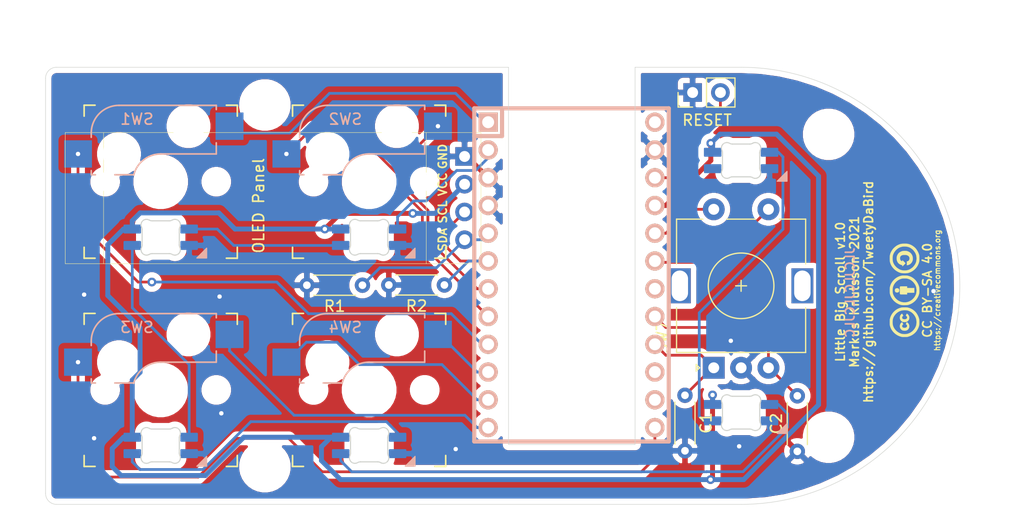
<source format=kicad_pcb>
(kicad_pcb (version 20171130) (host pcbnew "(5.1.9)-1")
  (title_block (title "Little Big Scroll") (date 2021-11-30) (rev v1.0) (company "Markus Knutsson <markus.knutsson@tweety.se>") (comment 1 https://github.com/TweetyDaBird) (comment 2 "Licensed under Creative Commons Attribution-ShareAlike 4.0 International"))
  (layers (0 F.Cu signal) (31 B.Cu signal) (34 B.Paste user) (35 F.Paste user) (36 B.SilkS user) (37 F.SilkS user) (38 B.Mask user) (39 F.Mask user) (44 Edge.Cuts user))
  (net 0 "")
  (net 1 GND)
  (net 2 VCC)
  (net 3 RGB)
  (net 4 "Net-(LED1-Pad2)")
  (net 5 "Net-(LED2-Pad2)")
  (net 6 "Net-(LED3-Pad2)")
  (net 7 "Net-(LED4-Pad2)")
  (net 8 "Net-(LED5-Pad2)")
  (net 9 SDA)
  (net 10 SCL)
  (net 11 ENC_A)
  (net 12 ENC_B)
  (net 13 COL0)
  (net 14 ROW0)
  (net 15 COL1)
  (net 16 ROW1)
  (net 17 COL2)
  (net 18 ROW2)
  (net 19 COL3)
  (net 20 ROW3)
  (net 21 ROW4)
  (net 22 COL4)
  (net 23 "Net-(J1-Pad2)")
  (module "Keyboard Library:CC_BY_SA_40" (layer F.Cu) (at 234.25 111.93 90)
    (fp_text reference Lic1 hide)
    (fp_text value CC-BY-SA_4.0)
    (fp_text user "CC BY-SA 4.0" (at -0.041555 2.16 90) (layer F.SilkS) (effects (font (size 0.8 0.8))))
    (fp_text user https://creativecommons.org (at -0.041555 3.07 90) (layer F.SilkS) (effects (font (size 0.5 0.5) (thickness 0.1))))
  )
  (module Keebio-Parts:RotaryEncoder_Alps_EC11E-Switch_Vertical_H20mm (layer F.Cu) (at 219.38 111.555 90)
    (fp_text reference SW7 (at -4.7 -7.2 90) (layer F.SilkS))
    (fp_text value Rotary_Encoder_Switch)
    (pad S1 thru_hole circle (at 7 2.5 90) (size 2 2) (drill 1) (layers *.Cu *.Mask) (net 22 COL4))
    (pad S2 thru_hole circle (at 7 -2.5 90) (size 2 2) (drill 1) (layers *.Cu *.Mask) (net 21 ROW4))
    (pad MP thru_hole rect (at 0 5.6 90) (size 3.2 2) (drill oval 2.8 1.5) (layers *.Cu *.Mask))
    (pad MP thru_hole rect (at 0 -5.6 90) (size 3.2 2) (drill oval 2.8 1.5) (layers *.Cu *.Mask))
    (pad B thru_hole circle (at -7.5 2.5 90) (size 2 2) (drill 1) (layers *.Cu *.Mask) (net 12 ENC_B))
    (pad C thru_hole circle (at -7.5 0 90) (size 2 2) (drill 1) (layers *.Cu *.Mask) (net 1 GND))
    (pad A thru_hole rect (at -7.5 -2.5 90) (size 2 2) (drill 1) (layers *.Cu *.Mask) (net 11 ENC_A))
  )
  (module Keebio-Parts:ArduinoProMicro-BackSide (layer F.Cu) (at 203.88 110.555 270)
    (fp_text reference U1 hide)
    (fp_text value ProMicro hide)
    (pad 24 thru_hole circle (at -13.97 -7.62 270) (size 1.7526 1.7526) (drill 1.0922) (layers *.Cu *.SilkS *.Mask))
    (pad 12 thru_hole circle (at 13.97 7.62 270) (size 1.7526 1.7526) (drill 1.0922) (layers *.Cu *.SilkS *.Mask) (net 18 ROW2))
    (pad 23 thru_hole circle (at -11.43 -7.62 270) (size 1.7526 1.7526) (drill 1.0922) (layers *.Cu *.SilkS *.Mask) (net 1 GND))
    (pad 22 thru_hole circle (at -8.89 -7.62 270) (size 1.7526 1.7526) (drill 1.0922) (layers *.Cu *.SilkS *.Mask) (net 23 "Net-(J1-Pad2)"))
    (pad 21 thru_hole circle (at -6.35 -7.62 270) (size 1.7526 1.7526) (drill 1.0922) (layers *.Cu *.SilkS *.Mask) (net 2 VCC))
    (pad 20 thru_hole circle (at -3.81 -7.62 270) (size 1.7526 1.7526) (drill 1.0922) (layers *.Cu *.SilkS *.Mask) (net 21 ROW4))
    (pad 19 thru_hole circle (at -1.27 -7.62 270) (size 1.7526 1.7526) (drill 1.0922) (layers *.Cu *.SilkS *.Mask) (net 22 COL4))
    (pad 18 thru_hole circle (at 1.27 -7.62 270) (size 1.7526 1.7526) (drill 1.0922) (layers *.Cu *.SilkS *.Mask))
    (pad 17 thru_hole circle (at 3.81 -7.62 270) (size 1.7526 1.7526) (drill 1.0922) (layers *.Cu *.SilkS *.Mask) (net 12 ENC_B))
    (pad 16 thru_hole circle (at 6.35 -7.62 270) (size 1.7526 1.7526) (drill 1.0922) (layers *.Cu *.SilkS *.Mask) (net 11 ENC_A))
    (pad 15 thru_hole circle (at 8.89 -7.62 270) (size 1.7526 1.7526) (drill 1.0922) (layers *.Cu *.SilkS *.Mask))
    (pad 14 thru_hole circle (at 11.43 -7.62 270) (size 1.7526 1.7526) (drill 1.0922) (layers *.Cu *.SilkS *.Mask))
    (pad 13 thru_hole circle (at 13.97 -7.62 270) (size 1.7526 1.7526) (drill 1.0922) (layers *.Cu *.SilkS *.Mask) (net 17 COL2))
    (pad 11 thru_hole circle (at 11.43 7.62 270) (size 1.7526 1.7526) (drill 1.0922) (layers *.Cu *.SilkS *.Mask) (net 19 COL3))
    (pad 10 thru_hole circle (at 8.89 7.62 270) (size 1.7526 1.7526) (drill 1.0922) (layers *.Cu *.SilkS *.Mask) (net 20 ROW3))
    (pad 9 thru_hole circle (at 6.35 7.62 270) (size 1.7526 1.7526) (drill 1.0922) (layers *.Cu *.SilkS *.Mask) (net 13 COL0))
    (pad 8 thru_hole circle (at 3.81 7.62 270) (size 1.7526 1.7526) (drill 1.0922) (layers *.Cu *.SilkS *.Mask) (net 15 COL1))
    (pad 7 thru_hole circle (at 1.27 7.62 270) (size 1.7526 1.7526) (drill 1.0922) (layers *.Cu *.SilkS *.Mask) (net 16 ROW1))
    (pad 6 thru_hole circle (at -1.27 7.62 270) (size 1.7526 1.7526) (drill 1.0922) (layers *.Cu *.SilkS *.Mask) (net 10 SCL))
    (pad 5 thru_hole circle (at -3.81 7.62 270) (size 1.7526 1.7526) (drill 1.0922) (layers *.Cu *.SilkS *.Mask) (net 9 SDA))
    (pad 4 thru_hole circle (at -6.35 7.62 270) (size 1.7526 1.7526) (drill 1.0922) (layers *.Cu *.SilkS *.Mask) (net 1 GND))
    (pad 3 thru_hole circle (at -8.89 7.62 270) (size 1.7526 1.7526) (drill 1.0922) (layers *.Cu *.SilkS *.Mask) (net 1 GND))
    (pad 2 thru_hole circle (at -11.43 7.62 270) (size 1.7526 1.7526) (drill 1.0922) (layers *.Cu *.SilkS *.Mask) (net 3 RGB))
    (pad 1 thru_hole rect (at -13.97 7.62 270) (size 1.7526 1.7526) (drill 1.0922) (layers *.Cu *.SilkS *.Mask) (net 14 ROW0))
  )
  (module keyswitches:Kailh_socket_MX_RGB (layer F.Cu) (at 185.38 121.08)
    (fp_text reference SW4 (at -2.175 -5.725) (layer B.SilkS) (effects (justify mirror)))
    (fp_text value SW_Push hide)
    (pad 2 smd rect (at -7.56 -2.54) (size 2.55 2.5) (layers B.Cu B.Paste B.Mask) (net 19 COL3))
    (pad "" np_thru_hole circle (at -5.08 0) (size 1.7018 1.7018) (drill 1.7018) (layers *.Cu *.Mask))
    (pad "" np_thru_hole circle (at 5.08 0) (size 1.7018 1.7018) (drill 1.7018) (layers *.Cu *.Mask))
    (pad "" np_thru_hole circle (at 0 0) (size 3.9878 3.9878) (drill 3.9878) (layers *.Cu *.Mask))
    (pad "" np_thru_hole circle (at -3.81 -2.54) (size 3 3) (drill 3) (layers *.Cu *.Mask))
    (pad "" np_thru_hole circle (at 2.54 -5.08) (size 3 3) (drill 3) (layers *.Cu *.Mask))
    (pad 1 smd rect (at 6.29 -5.08) (size 2.55 2.5) (layers B.Cu B.Paste B.Mask) (net 20 ROW3))
  )
  (module keyswitches:Kailh_socket_MX_RGB (layer F.Cu) (at 166.33 121.08)
    (fp_text reference SW3 (at -2.175 -5.725) (layer B.SilkS) (effects (justify mirror)))
    (fp_text value SW_Push hide)
    (pad 2 smd rect (at -7.56 -2.54) (size 2.55 2.5) (layers B.Cu B.Paste B.Mask) (net 17 COL2))
    (pad "" np_thru_hole circle (at -5.08 0) (size 1.7018 1.7018) (drill 1.7018) (layers *.Cu *.Mask))
    (pad "" np_thru_hole circle (at 5.08 0) (size 1.7018 1.7018) (drill 1.7018) (layers *.Cu *.Mask))
    (pad "" np_thru_hole circle (at 0 0) (size 3.9878 3.9878) (drill 3.9878) (layers *.Cu *.Mask))
    (pad "" np_thru_hole circle (at -3.81 -2.54) (size 3 3) (drill 3) (layers *.Cu *.Mask))
    (pad "" np_thru_hole circle (at 2.54 -5.08) (size 3 3) (drill 3) (layers *.Cu *.Mask))
    (pad 1 smd rect (at 6.29 -5.08) (size 2.55 2.5) (layers B.Cu B.Paste B.Mask) (net 18 ROW2))
  )
  (module keyswitches:Kailh_socket_MX_RGB (layer F.Cu) (at 185.38 102.03)
    (fp_text reference SW2 (at -2.175 -5.725) (layer B.SilkS) (effects (justify mirror)))
    (fp_text value SW_Push hide)
    (pad 2 smd rect (at -7.56 -2.54) (size 2.55 2.5) (layers B.Cu B.Paste B.Mask) (net 15 COL1))
    (pad "" np_thru_hole circle (at -5.08 0) (size 1.7018 1.7018) (drill 1.7018) (layers *.Cu *.Mask))
    (pad "" np_thru_hole circle (at 5.08 0) (size 1.7018 1.7018) (drill 1.7018) (layers *.Cu *.Mask))
    (pad "" np_thru_hole circle (at 0 0) (size 3.9878 3.9878) (drill 3.9878) (layers *.Cu *.Mask))
    (pad "" np_thru_hole circle (at -3.81 -2.54) (size 3 3) (drill 3) (layers *.Cu *.Mask))
    (pad "" np_thru_hole circle (at 2.54 -5.08) (size 3 3) (drill 3) (layers *.Cu *.Mask))
    (pad 1 smd rect (at 6.29 -5.08) (size 2.55 2.5) (layers B.Cu B.Paste B.Mask) (net 16 ROW1))
  )
  (module keyswitches:Kailh_socket_MX_RGB (layer F.Cu) (at 166.33 102.03)
    (fp_text reference SW1 (at -2.175 -5.725) (layer B.SilkS) (effects (justify mirror)))
    (fp_text value SW_Push hide)
    (pad 2 smd rect (at -7.56 -2.54) (size 2.55 2.5) (layers B.Cu B.Paste B.Mask) (net 13 COL0))
    (pad "" np_thru_hole circle (at -5.08 0) (size 1.7018 1.7018) (drill 1.7018) (layers *.Cu *.Mask))
    (pad "" np_thru_hole circle (at 5.08 0) (size 1.7018 1.7018) (drill 1.7018) (layers *.Cu *.Mask))
    (pad "" np_thru_hole circle (at 0 0) (size 3.9878 3.9878) (drill 3.9878) (layers *.Cu *.Mask))
    (pad "" np_thru_hole circle (at -3.81 -2.54) (size 3 3) (drill 3) (layers *.Cu *.Mask))
    (pad "" np_thru_hole circle (at 2.54 -5.08) (size 3 3) (drill 3) (layers *.Cu *.Mask))
    (pad 1 smd rect (at 6.29 -5.08) (size 2.55 2.5) (layers B.Cu B.Paste B.Mask) (net 14 ROW0))
  )
  (module KiCad-SSD1306-0.91-OLED-4pin-128x32:SSD1306-0.91-OLED-4pin-128x32 (layer F.Cu) (at 176.605 103.53)
    (fp_text reference OLED1 hide)
    (fp_text value OLED_4pin)
    (fp_text user SDA (at 15.5 3.81 -90) (layer F.SilkS) (effects (font (size 0.75 0.75))))
    (fp_text user SCL (at 15.5 1.27 -90) (layer F.SilkS) (effects (font (size 0.75 0.75))))
    (fp_text user VCC (at 15.5 -1.27 -90) (layer F.SilkS) (effects (font (size 0.75 0.75))))
    (fp_text user GND (at 15.5 -3.81 -90) (layer F.SilkS) (effects (font (size 0.75 0.75))))
    (fp_text user "OLED Panel" (at -1.325 0.69 270) (layer F.SilkS))
    (pad 4 thru_hole oval (at 17.5 3.81) (size 1.7 1.7) (drill 1) (layers *.Cu *.Mask) (net 9 SDA))
    (pad 3 thru_hole oval (at 17.5 1.27) (size 1.7 1.7) (drill 1) (layers *.Cu *.Mask) (net 10 SCL))
    (pad 2 thru_hole oval (at 17.5 -1.27) (size 1.7 1.7) (drill 1) (layers *.Cu *.Mask) (net 2 VCC))
    (pad 1 thru_hole rect (at 17.5 -3.81) (size 1.7 1.7) (drill 1) (layers *.Cu *.Mask) (net 1 GND))
  )
  (module MountingHole:MountingHole_3.7mm (layer F.Cu) (at 175.855 128.105)
    (fp_text reference H4 hide)
    (fp_text value Hole)
    (pad 1 np_thru_hole circle (at 0 0) (size 3.7 3.7) (drill 3.7) (layers *.Cu *.Mask))
  )
  (module MountingHole:MountingHole_3.7mm (layer F.Cu) (at 227.38 125.411406)
    (fp_text reference H3 hide)
    (fp_text value Hole)
    (pad 1 np_thru_hole circle (at 0 0) (size 3.7 3.7) (drill 3.7) (layers *.Cu *.Mask))
  )
  (module MountingHole:MountingHole_3.7mm (layer F.Cu) (at 227.38 97.698594)
    (fp_text reference H2 hide)
    (fp_text value Hole)
    (pad 1 np_thru_hole circle (at 0 0) (size 3.7 3.7) (drill 3.7) (layers *.Cu *.Mask))
  )
  (module MountingHole:MountingHole_3.7mm (layer F.Cu) (at 175.855 95.005)
    (fp_text reference H1 hide)
    (fp_text value Hole)
    (pad 1 np_thru_hole circle (at 0 0) (size 3.7 3.7) (drill 3.7) (layers *.Cu *.Mask))
  )
  (module Connector_PinHeader_2.54mm:PinHeader_1x02_P2.54mm_Vertical (layer F.Cu) (at 214.95 93.87 90)
    (fp_text reference J1 hide)
    (fp_text value Conn_01x02)
    (fp_text user RESET (at -2.53 1.32) (layer F.SilkS))
    (pad 2 thru_hole oval (at 0 2.54 90) (size 1.7 1.7) (drill 1) (layers *.Cu *.Mask) (net 23 "Net-(J1-Pad2)"))
    (pad 1 thru_hole rect (at 0 0 90) (size 1.7 1.7) (drill 1) (layers *.Cu *.Mask) (net 1 GND))
  )
  (module kicad-keyboard-parts:MX_SK6812MINI-E (layer F.Cu) (at 219.38 118.08)
    (fp_text reference LED5 hide)
    (fp_text value SK6812MINI-E)
    (fp_line (start -1.699999 5.782841) (end -1.699999 4.377157) (layer Edge.Cuts) (width 0.1))
    (fp_line (start -0.794452 3.58) (end 0.794453 3.58) (layer Edge.Cuts) (width 0.1))
    (fp_line (start 1.699999 4.377157) (end 1.699999 5.782841) (layer Edge.Cuts) (width 0.1))
    (fp_line (start 0.794452 6.579999) (end -0.794452 6.579999) (layer Edge.Cuts) (width 0.1))
    (fp_arc (start -0.794452 7.079999) (end -0.794452 6.579999) (angle -30.2992623) (layer Edge.Cuts) (width 0.1))
    (fp_arc (start 0.794452 7.079999) (end 1.046711 6.648298) (angle -30.29933433) (layer Edge.Cuts) (width 0.1))
    (fp_arc (start 1.298969 6.216597) (end 1.046711 6.648298) (angle -146.0055121) (layer Edge.Cuts) (width 0.1))
    (fp_arc (start 2.199999 5.782841) (end 1.699999 5.782841) (angle -25.70617777) (layer Edge.Cuts) (width 0.1))
    (fp_arc (start 2.199999 4.377157) (end 1.749484 4.160279) (angle -25.70608136) (layer Edge.Cuts) (width 0.1))
    (fp_arc (start 1.298969 3.943402) (end 1.749484 4.160279) (angle -146.0053097) (layer Edge.Cuts) (width 0.1))
    (fp_arc (start 0.794453 3.08) (end 0.794453 3.58) (angle -30.29922831) (layer Edge.Cuts) (width 0.1))
    (fp_arc (start -0.794452 3.08) (end -1.046711 3.5117) (angle -30.29928212) (layer Edge.Cuts) (width 0.1))
    (fp_arc (start -1.298969 3.943401) (end -1.046711 3.5117) (angle -146.0054017) (layer Edge.Cuts) (width 0.1))
    (fp_arc (start -2.199999 4.377157) (end -1.699999 4.377157) (angle -25.70611954) (layer Edge.Cuts) (width 0.1))
    (fp_arc (start -2.199999 5.782841) (end -1.749484 5.999719) (angle -25.70611205) (layer Edge.Cuts) (width 0.1))
    (fp_arc (start -1.298969 6.216596) (end -1.749484 5.999719) (angle -146.0053744) (layer Edge.Cuts) (width 0.1))
    (pad 3 smd roundrect (at 2.6 5.829999 270) (size 0.82 1.6) (layers B.Cu B.Paste B.Mask) (roundrect_rratio 0.1) (net 1 GND))
    (pad 4 smd roundrect (at 2.6 4.329999 270) (size 0.82 1.6) (layers B.Cu B.Paste B.Mask) (roundrect_rratio 0.1) (net 7 "Net-(LED4-Pad2)"))
    (pad 2 smd roundrect (at -2.6 5.829999 270) (size 0.82 1.6) (layers B.Cu B.Paste B.Mask) (roundrect_rratio 0.1) (net 8 "Net-(LED5-Pad2)"))
    (pad 1 smd roundrect (at -2.6 4.329999 270) (size 0.82 1.6) (layers B.Cu B.Paste B.Mask) (roundrect_rratio 0.1) (net 2 VCC))
  )
  (module kicad-keyboard-parts:MX_SK6812MINI-E (layer F.Cu) (at 219.38 95.005)
    (fp_text reference LED6 hide)
    (fp_text value SK6812MINI-E)
    (fp_line (start -1.699999 5.782841) (end -1.699999 4.377157) (layer Edge.Cuts) (width 0.1))
    (fp_line (start -0.794452 3.58) (end 0.794453 3.58) (layer Edge.Cuts) (width 0.1))
    (fp_line (start 1.699999 4.377157) (end 1.699999 5.782841) (layer Edge.Cuts) (width 0.1))
    (fp_line (start 0.794452 6.579999) (end -0.794452 6.579999) (layer Edge.Cuts) (width 0.1))
    (fp_arc (start -0.794452 7.079999) (end -0.794452 6.579999) (angle -30.2992623) (layer Edge.Cuts) (width 0.1))
    (fp_arc (start 0.794452 7.079999) (end 1.046711 6.648298) (angle -30.29933433) (layer Edge.Cuts) (width 0.1))
    (fp_arc (start 1.298969 6.216597) (end 1.046711 6.648298) (angle -146.0055121) (layer Edge.Cuts) (width 0.1))
    (fp_arc (start 2.199999 5.782841) (end 1.699999 5.782841) (angle -25.70617777) (layer Edge.Cuts) (width 0.1))
    (fp_arc (start 2.199999 4.377157) (end 1.749484 4.160279) (angle -25.70608136) (layer Edge.Cuts) (width 0.1))
    (fp_arc (start 1.298969 3.943402) (end 1.749484 4.160279) (angle -146.0053097) (layer Edge.Cuts) (width 0.1))
    (fp_arc (start 0.794453 3.08) (end 0.794453 3.58) (angle -30.29922831) (layer Edge.Cuts) (width 0.1))
    (fp_arc (start -0.794452 3.08) (end -1.046711 3.5117) (angle -30.29928212) (layer Edge.Cuts) (width 0.1))
    (fp_arc (start -1.298969 3.943401) (end -1.046711 3.5117) (angle -146.0054017) (layer Edge.Cuts) (width 0.1))
    (fp_arc (start -2.199999 4.377157) (end -1.699999 4.377157) (angle -25.70611954) (layer Edge.Cuts) (width 0.1))
    (fp_arc (start -2.199999 5.782841) (end -1.749484 5.999719) (angle -25.70611205) (layer Edge.Cuts) (width 0.1))
    (fp_arc (start -1.298969 6.216596) (end -1.749484 5.999719) (angle -146.0053744) (layer Edge.Cuts) (width 0.1))
    (pad 3 smd roundrect (at 2.6 5.829999 270) (size 0.82 1.6) (layers B.Cu B.Paste B.Mask) (roundrect_rratio 0.1) (net 1 GND))
    (pad 4 smd roundrect (at 2.6 4.329999 270) (size 0.82 1.6) (layers B.Cu B.Paste B.Mask) (roundrect_rratio 0.1) (net 8 "Net-(LED5-Pad2)"))
    (pad 2 smd roundrect (at -2.6 5.829999 270) (size 0.82 1.6) (layers B.Cu B.Paste B.Mask) (roundrect_rratio 0.1))
    (pad 1 smd roundrect (at -2.6 4.329999 270) (size 0.82 1.6) (layers B.Cu B.Paste B.Mask) (roundrect_rratio 0.1) (net 2 VCC))
  )
  (module Resistor_THT:R_Axial_DIN0204_L3.6mm_D1.6mm_P5.08mm_Horizontal (layer F.Cu) (at 224.52 126.7 90)
    (fp_text reference C2 (at 2.54 -1.92 90) (layer F.SilkS))
    (fp_text value 100nF)
    (pad 2 thru_hole oval (at 5.08 0 90) (size 1.4 1.4) (drill 0.7) (layers *.Cu *.Mask) (net 12 ENC_B))
    (pad 1 thru_hole circle (at 0 0 90) (size 1.4 1.4) (drill 0.7) (layers *.Cu *.Mask) (net 1 GND))
  )
  (module Resistor_THT:R_Axial_DIN0204_L3.6mm_D1.6mm_P5.08mm_Horizontal (layer F.Cu) (at 214.25 121.57 270)
    (fp_text reference C1 (at 2.54 -1.92 90) (layer F.SilkS))
    (fp_text value 100nF)
    (pad 2 thru_hole oval (at 5.08 0 270) (size 1.4 1.4) (drill 0.7) (layers *.Cu *.Mask) (net 1 GND))
    (pad 1 thru_hole circle (at 0 0 270) (size 1.4 1.4) (drill 0.7) (layers *.Cu *.Mask) (net 11 ENC_A))
  )
  (module Resistor_THT:R_Axial_DIN0204_L3.6mm_D1.6mm_P5.08mm_Horizontal (layer F.Cu) (at 192.26 111.48 180)
    (fp_text reference R2 (at 2.54 -1.92) (layer F.SilkS))
    (fp_text value 4K7)
    (pad 2 thru_hole oval (at 5.08 0 180) (size 1.4 1.4) (drill 0.7) (layers *.Cu *.Mask) (net 1 GND))
    (pad 1 thru_hole circle (at 0 0 180) (size 1.4 1.4) (drill 0.7) (layers *.Cu *.Mask) (net 10 SCL))
  )
  (module Resistor_THT:R_Axial_DIN0204_L3.6mm_D1.6mm_P5.08mm_Horizontal (layer F.Cu) (at 184.77 111.5 180)
    (fp_text reference R1 (at 2.54 -1.92) (layer F.SilkS))
    (fp_text value 4K7)
    (pad 2 thru_hole oval (at 5.08 0 180) (size 1.4 1.4) (drill 0.7) (layers *.Cu *.Mask) (net 1 GND))
    (pad 1 thru_hole circle (at 0 0 180) (size 1.4 1.4) (drill 0.7) (layers *.Cu *.Mask) (net 9 SDA))
  )
  (module kicad-keyboard-parts:MX_SK6812MINI-E (layer F.Cu) (at 185.38 121.08)
    (fp_text reference LED4 hide)
    (fp_text value SK6812MINI-E)
    (fp_line (start -1.699999 5.782841) (end -1.699999 4.377157) (layer Edge.Cuts) (width 0.1))
    (fp_line (start -0.794452 3.58) (end 0.794453 3.58) (layer Edge.Cuts) (width 0.1))
    (fp_line (start 1.699999 4.377157) (end 1.699999 5.782841) (layer Edge.Cuts) (width 0.1))
    (fp_line (start 0.794452 6.579999) (end -0.794452 6.579999) (layer Edge.Cuts) (width 0.1))
    (fp_arc (start -0.794452 7.079999) (end -0.794452 6.579999) (angle -30.2992623) (layer Edge.Cuts) (width 0.1))
    (fp_arc (start 0.794452 7.079999) (end 1.046711 6.648298) (angle -30.29933433) (layer Edge.Cuts) (width 0.1))
    (fp_arc (start 1.298969 6.216597) (end 1.046711 6.648298) (angle -146.0055121) (layer Edge.Cuts) (width 0.1))
    (fp_arc (start 2.199999 5.782841) (end 1.699999 5.782841) (angle -25.70617777) (layer Edge.Cuts) (width 0.1))
    (fp_arc (start 2.199999 4.377157) (end 1.749484 4.160279) (angle -25.70608136) (layer Edge.Cuts) (width 0.1))
    (fp_arc (start 1.298969 3.943402) (end 1.749484 4.160279) (angle -146.0053097) (layer Edge.Cuts) (width 0.1))
    (fp_arc (start 0.794453 3.08) (end 0.794453 3.58) (angle -30.29922831) (layer Edge.Cuts) (width 0.1))
    (fp_arc (start -0.794452 3.08) (end -1.046711 3.5117) (angle -30.29928212) (layer Edge.Cuts) (width 0.1))
    (fp_arc (start -1.298969 3.943401) (end -1.046711 3.5117) (angle -146.0054017) (layer Edge.Cuts) (width 0.1))
    (fp_arc (start -2.199999 4.377157) (end -1.699999 4.377157) (angle -25.70611954) (layer Edge.Cuts) (width 0.1))
    (fp_arc (start -2.199999 5.782841) (end -1.749484 5.999719) (angle -25.70611205) (layer Edge.Cuts) (width 0.1))
    (fp_arc (start -1.298969 6.216596) (end -1.749484 5.999719) (angle -146.0053744) (layer Edge.Cuts) (width 0.1))
    (pad 3 smd roundrect (at 2.6 5.829999 270) (size 0.82 1.6) (layers B.Cu B.Paste B.Mask) (roundrect_rratio 0.1) (net 1 GND))
    (pad 4 smd roundrect (at 2.6 4.329999 270) (size 0.82 1.6) (layers B.Cu B.Paste B.Mask) (roundrect_rratio 0.1) (net 6 "Net-(LED3-Pad2)"))
    (pad 2 smd roundrect (at -2.6 5.829999 270) (size 0.82 1.6) (layers B.Cu B.Paste B.Mask) (roundrect_rratio 0.1) (net 7 "Net-(LED4-Pad2)"))
    (pad 1 smd roundrect (at -2.6 4.329999 270) (size 0.82 1.6) (layers B.Cu B.Paste B.Mask) (roundrect_rratio 0.1) (net 2 VCC))
  )
  (module kicad-keyboard-parts:MX_SK6812MINI-E (layer F.Cu) (at 166.33 121.08)
    (fp_text reference LED3 hide)
    (fp_text value SK6812MINI-E)
    (fp_line (start -1.699999 5.782841) (end -1.699999 4.377157) (layer Edge.Cuts) (width 0.1))
    (fp_line (start -0.794452 3.58) (end 0.794453 3.58) (layer Edge.Cuts) (width 0.1))
    (fp_line (start 1.699999 4.377157) (end 1.699999 5.782841) (layer Edge.Cuts) (width 0.1))
    (fp_line (start 0.794452 6.579999) (end -0.794452 6.579999) (layer Edge.Cuts) (width 0.1))
    (fp_arc (start -0.794452 7.079999) (end -0.794452 6.579999) (angle -30.2992623) (layer Edge.Cuts) (width 0.1))
    (fp_arc (start 0.794452 7.079999) (end 1.046711 6.648298) (angle -30.29933433) (layer Edge.Cuts) (width 0.1))
    (fp_arc (start 1.298969 6.216597) (end 1.046711 6.648298) (angle -146.0055121) (layer Edge.Cuts) (width 0.1))
    (fp_arc (start 2.199999 5.782841) (end 1.699999 5.782841) (angle -25.70617777) (layer Edge.Cuts) (width 0.1))
    (fp_arc (start 2.199999 4.377157) (end 1.749484 4.160279) (angle -25.70608136) (layer Edge.Cuts) (width 0.1))
    (fp_arc (start 1.298969 3.943402) (end 1.749484 4.160279) (angle -146.0053097) (layer Edge.Cuts) (width 0.1))
    (fp_arc (start 0.794453 3.08) (end 0.794453 3.58) (angle -30.29922831) (layer Edge.Cuts) (width 0.1))
    (fp_arc (start -0.794452 3.08) (end -1.046711 3.5117) (angle -30.29928212) (layer Edge.Cuts) (width 0.1))
    (fp_arc (start -1.298969 3.943401) (end -1.046711 3.5117) (angle -146.0054017) (layer Edge.Cuts) (width 0.1))
    (fp_arc (start -2.199999 4.377157) (end -1.699999 4.377157) (angle -25.70611954) (layer Edge.Cuts) (width 0.1))
    (fp_arc (start -2.199999 5.782841) (end -1.749484 5.999719) (angle -25.70611205) (layer Edge.Cuts) (width 0.1))
    (fp_arc (start -1.298969 6.216596) (end -1.749484 5.999719) (angle -146.0053744) (layer Edge.Cuts) (width 0.1))
    (pad 3 smd roundrect (at 2.6 5.829999 270) (size 0.82 1.6) (layers B.Cu B.Paste B.Mask) (roundrect_rratio 0.1) (net 1 GND))
    (pad 4 smd roundrect (at 2.6 4.329999 270) (size 0.82 1.6) (layers B.Cu B.Paste B.Mask) (roundrect_rratio 0.1) (net 5 "Net-(LED2-Pad2)"))
    (pad 2 smd roundrect (at -2.6 5.829999 270) (size 0.82 1.6) (layers B.Cu B.Paste B.Mask) (roundrect_rratio 0.1) (net 6 "Net-(LED3-Pad2)"))
    (pad 1 smd roundrect (at -2.6 4.329999 270) (size 0.82 1.6) (layers B.Cu B.Paste B.Mask) (roundrect_rratio 0.1) (net 2 VCC))
  )
  (module kicad-keyboard-parts:MX_SK6812MINI-E (layer F.Cu) (at 166.33 102.03)
    (fp_text reference LED2 hide)
    (fp_text value SK6812MINI-E)
    (fp_line (start -1.699999 5.782841) (end -1.699999 4.377157) (layer Edge.Cuts) (width 0.1))
    (fp_line (start -0.794452 3.58) (end 0.794453 3.58) (layer Edge.Cuts) (width 0.1))
    (fp_line (start 1.699999 4.377157) (end 1.699999 5.782841) (layer Edge.Cuts) (width 0.1))
    (fp_line (start 0.794452 6.579999) (end -0.794452 6.579999) (layer Edge.Cuts) (width 0.1))
    (fp_arc (start -0.794452 7.079999) (end -0.794452 6.579999) (angle -30.2992623) (layer Edge.Cuts) (width 0.1))
    (fp_arc (start 0.794452 7.079999) (end 1.046711 6.648298) (angle -30.29933433) (layer Edge.Cuts) (width 0.1))
    (fp_arc (start 1.298969 6.216597) (end 1.046711 6.648298) (angle -146.0055121) (layer Edge.Cuts) (width 0.1))
    (fp_arc (start 2.199999 5.782841) (end 1.699999 5.782841) (angle -25.70617777) (layer Edge.Cuts) (width 0.1))
    (fp_arc (start 2.199999 4.377157) (end 1.749484 4.160279) (angle -25.70608136) (layer Edge.Cuts) (width 0.1))
    (fp_arc (start 1.298969 3.943402) (end 1.749484 4.160279) (angle -146.0053097) (layer Edge.Cuts) (width 0.1))
    (fp_arc (start 0.794453 3.08) (end 0.794453 3.58) (angle -30.29922831) (layer Edge.Cuts) (width 0.1))
    (fp_arc (start -0.794452 3.08) (end -1.046711 3.5117) (angle -30.29928212) (layer Edge.Cuts) (width 0.1))
    (fp_arc (start -1.298969 3.943401) (end -1.046711 3.5117) (angle -146.0054017) (layer Edge.Cuts) (width 0.1))
    (fp_arc (start -2.199999 4.377157) (end -1.699999 4.377157) (angle -25.70611954) (layer Edge.Cuts) (width 0.1))
    (fp_arc (start -2.199999 5.782841) (end -1.749484 5.999719) (angle -25.70611205) (layer Edge.Cuts) (width 0.1))
    (fp_arc (start -1.298969 6.216596) (end -1.749484 5.999719) (angle -146.0053744) (layer Edge.Cuts) (width 0.1))
    (pad 3 smd roundrect (at 2.6 5.829999 270) (size 0.82 1.6) (layers B.Cu B.Paste B.Mask) (roundrect_rratio 0.1) (net 1 GND))
    (pad 4 smd roundrect (at 2.6 4.329999 270) (size 0.82 1.6) (layers B.Cu B.Paste B.Mask) (roundrect_rratio 0.1) (net 4 "Net-(LED1-Pad2)"))
    (pad 2 smd roundrect (at -2.6 5.829999 270) (size 0.82 1.6) (layers B.Cu B.Paste B.Mask) (roundrect_rratio 0.1) (net 5 "Net-(LED2-Pad2)"))
    (pad 1 smd roundrect (at -2.6 4.329999 270) (size 0.82 1.6) (layers B.Cu B.Paste B.Mask) (roundrect_rratio 0.1) (net 2 VCC))
  )
  (module kicad-keyboard-parts:MX_SK6812MINI-E (layer F.Cu) (at 185.38 102.03)
    (fp_text reference LED1 hide)
    (fp_text value SK6812MINI-E)
    (fp_line (start -1.699999 5.782841) (end -1.699999 4.377157) (layer Edge.Cuts) (width 0.1))
    (fp_line (start -0.794452 3.58) (end 0.794453 3.58) (layer Edge.Cuts) (width 0.1))
    (fp_line (start 1.699999 4.377157) (end 1.699999 5.782841) (layer Edge.Cuts) (width 0.1))
    (fp_line (start 0.794452 6.579999) (end -0.794452 6.579999) (layer Edge.Cuts) (width 0.1))
    (fp_arc (start -0.794452 7.079999) (end -0.794452 6.579999) (angle -30.2992623) (layer Edge.Cuts) (width 0.1))
    (fp_arc (start 0.794452 7.079999) (end 1.046711 6.648298) (angle -30.29933433) (layer Edge.Cuts) (width 0.1))
    (fp_arc (start 1.298969 6.216597) (end 1.046711 6.648298) (angle -146.0055121) (layer Edge.Cuts) (width 0.1))
    (fp_arc (start 2.199999 5.782841) (end 1.699999 5.782841) (angle -25.70617777) (layer Edge.Cuts) (width 0.1))
    (fp_arc (start 2.199999 4.377157) (end 1.749484 4.160279) (angle -25.70608136) (layer Edge.Cuts) (width 0.1))
    (fp_arc (start 1.298969 3.943402) (end 1.749484 4.160279) (angle -146.0053097) (layer Edge.Cuts) (width 0.1))
    (fp_arc (start 0.794453 3.08) (end 0.794453 3.58) (angle -30.29922831) (layer Edge.Cuts) (width 0.1))
    (fp_arc (start -0.794452 3.08) (end -1.046711 3.5117) (angle -30.29928212) (layer Edge.Cuts) (width 0.1))
    (fp_arc (start -1.298969 3.943401) (end -1.046711 3.5117) (angle -146.0054017) (layer Edge.Cuts) (width 0.1))
    (fp_arc (start -2.199999 4.377157) (end -1.699999 4.377157) (angle -25.70611954) (layer Edge.Cuts) (width 0.1))
    (fp_arc (start -2.199999 5.782841) (end -1.749484 5.999719) (angle -25.70611205) (layer Edge.Cuts) (width 0.1))
    (fp_arc (start -1.298969 6.216596) (end -1.749484 5.999719) (angle -146.0053744) (layer Edge.Cuts) (width 0.1))
    (pad 3 smd roundrect (at 2.6 5.829999 270) (size 0.82 1.6) (layers B.Cu B.Paste B.Mask) (roundrect_rratio 0.1) (net 1 GND))
    (pad 4 smd roundrect (at 2.6 4.329999 270) (size 0.82 1.6) (layers B.Cu B.Paste B.Mask) (roundrect_rratio 0.1) (net 3 RGB))
    (pad 2 smd roundrect (at -2.6 5.829999 270) (size 0.82 1.6) (layers B.Cu B.Paste B.Mask) (roundrect_rratio 0.1) (net 4 "Net-(LED1-Pad2)"))
    (pad 1 smd roundrect (at -2.6 4.329999 270) (size 0.82 1.6) (layers B.Cu B.Paste B.Mask) (roundrect_rratio 0.1) (net 2 VCC))
  )
  (gr_text JLCJLCJLCJLC (at 229.34 112.18 90) (layer B.SilkS) (effects (font (size 0.8 0.8)) (justify mirror)))
  (gr_text "Little Big Scroll v1.0\nMarkus Knutsson 2021\nhttps://github.com/TweetyDaBird" (at 229.74 112.109696 90) (layer F.SilkS) (effects (font (size 0.8 0.8))))
  (gr_line (start 209.69 91.56) (end 209.69 126.07) (layer Edge.Cuts) (width 0.05))
  (gr_arc (start 156.805 92.56) (end 156.805 91.56) (angle -90) (layer Edge.Cuts) (width 0.05))
  (gr_arc (start 156.805 130.55) (end 155.805 130.55) (angle -90) (layer Edge.Cuts) (width 0.05))
  (gr_line (start 209.69 91.56) (end 219.38 91.56) (layer Edge.Cuts) (width 0.05))
  (gr_line (start 198.12 126.07) (end 198.12 91.56) (layer Edge.Cuts) (width 0.05))
  (gr_line (start 209.69 126.07) (end 198.12 126.07) (layer Edge.Cuts) (width 0.05))
  (gr_arc (start 219.38 111.555) (end 219.38 131.55) (angle -180) (layer Edge.Cuts) (width 0.05))
  (gr_line (start 155.805 92.56) (end 155.805 130.55) (layer Edge.Cuts) (width 0.05))
  (gr_line (start 156.805 131.55) (end 219.38 131.55) (layer Edge.Cuts) (width 0.05))
  (gr_line (start 156.805 91.56) (end 198.12 91.56) (layer Edge.Cuts) (width 0.05))
  (via (at 159.33 112.36) (size 0.8) (drill 0.4) (layers F.Cu B.Cu) (net 1))
  (via (at 160.24 125.5) (size 0.8) (drill 0.4) (layers F.Cu B.Cu) (net 1))
  (via (at 171.71 112.54) (size 0.8) (drill 0.4) (layers F.Cu B.Cu) (net 1))
  (via (at 171.87 123.22) (size 0.8) (drill 0.4) (layers F.Cu B.Cu) (net 1))
  (via (at 193.294 126.492) (size 0.8) (drill 0.4) (layers F.Cu B.Cu) (net 1))
  (via (at 191.77 106.426) (size 0.8) (drill 0.4) (layers F.Cu B.Cu) (net 1))
  (via (at 236.97 112.04) (size 0.8) (drill 0.4) (layers F.Cu B.Cu) (net 1))
  (via (at 219.202 126.238) (size 0.8) (drill 0.4) (layers F.Cu B.Cu) (net 1))
  (via (at 218.44 116.586) (size 0.8) (drill 0.4) (layers F.Cu B.Cu) (net 1))
  (segment (start 194.315 99.72) (end 196.26 101.665) (width 0.45) (layer F.Cu) (net 1))
  (segment (start 194.105 99.72) (end 194.315 99.72) (width 0.45) (layer F.Cu) (net 1))
  (segment (start 164.446442 104.885029) (end 163.73 105.601471) (width 0.45) (layer B.Cu) (net 2))
  (segment (start 163.73 105.601471) (end 163.73 106.359999) (width 0.45) (layer B.Cu) (net 2))
  (segment (start 171.645028 104.885029) (end 164.446442 104.885029) (width 0.45) (layer B.Cu) (net 2))
  (segment (start 173.119999 106.359999) (end 171.645028 104.885029) (width 0.45) (layer B.Cu) (net 2))
  (segment (start 164.445001 119.464001) (end 164.445001 115.395001) (width 0.45) (layer B.Cu) (net 2))
  (segment (start 163.73 120.179002) (end 164.445001 119.464001) (width 0.45) (layer B.Cu) (net 2))
  (segment (start 163.73 125.409999) (end 163.73 120.179002) (width 0.45) (layer B.Cu) (net 2))
  (segment (start 164.445001 115.395001) (end 161.49 112.44) (width 0.45) (layer B.Cu) (net 2))
  (segment (start 161.49 107.799999) (end 162.93 106.359999) (width 0.45) (layer B.Cu) (net 2))
  (segment (start 162.93 106.359999) (end 163.73 106.359999) (width 0.45) (layer B.Cu) (net 2))
  (segment (start 161.49 112.44) (end 161.49 107.799999) (width 0.45) (layer B.Cu) (net 2))
  (via (at 181.330001 106.359999) (size 0.8) (drill 0.4) (layers F.Cu B.Cu) (net 2))
  (segment (start 181.330001 106.359999) (end 173.119999 106.359999) (width 0.45) (layer B.Cu) (net 2))
  (segment (start 182.78 106.359999) (end 181.330001 106.359999) (width 0.45) (layer B.Cu) (net 2))
  (segment (start 173.920001 125.409999) (end 182.78 125.409999) (width 0.45) (layer B.Cu) (net 2))
  (segment (start 161.9 128.1) (end 162.71 128.91) (width 0.45) (layer B.Cu) (net 2))
  (segment (start 163.73 125.409999) (end 162.93 125.409999) (width 0.45) (layer B.Cu) (net 2))
  (segment (start 162.71 128.91) (end 170.42 128.91) (width 0.45) (layer B.Cu) (net 2))
  (segment (start 161.9 126.439999) (end 161.9 128.1) (width 0.45) (layer B.Cu) (net 2))
  (segment (start 162.93 125.409999) (end 161.9 126.439999) (width 0.45) (layer B.Cu) (net 2))
  (segment (start 170.42 128.91) (end 173.920001 125.409999) (width 0.45) (layer B.Cu) (net 2))
  (via (at 216.612227 98.51501) (size 0.8) (drill 0.4) (layers F.Cu B.Cu) (net 2))
  (segment (start 216.78 99.334999) (end 216.78 98.682783) (width 0.45) (layer B.Cu) (net 2))
  (segment (start 216.78 98.682783) (end 216.612227 98.51501) (width 0.45) (layer B.Cu) (net 2))
  (segment (start 182.76164 104.92836) (end 189.372631 104.92836) (width 0.45) (layer F.Cu) (net 2))
  (segment (start 181.330001 106.359999) (end 182.76164 104.92836) (width 0.45) (layer F.Cu) (net 2))
  (segment (start 194.105 102.26) (end 191.43664 104.92836) (width 0.45) (layer B.Cu) (net 2))
  (via (at 189.372631 104.92836) (size 0.8) (drill 0.4) (layers F.Cu B.Cu) (net 2))
  (segment (start 191.43664 104.92836) (end 189.372631 104.92836) (width 0.45) (layer B.Cu) (net 2))
  (segment (start 216.612227 100.092773) (end 216.612227 98.51501) (width 0.45) (layer F.Cu) (net 2))
  (segment (start 212.5 104.205) (end 216.612227 100.092773) (width 0.45) (layer F.Cu) (net 2))
  (segment (start 211.5 104.205) (end 212.5 104.205) (width 0.45) (layer F.Cu) (net 2))
  (segment (start 181.02 126.28) (end 181.02 127.54) (width 0.45) (layer B.Cu) (net 2))
  (segment (start 181.02 127.54) (end 182.766 129.286) (width 0.45) (layer B.Cu) (net 2))
  (segment (start 181.890001 125.409999) (end 181.02 126.28) (width 0.45) (layer B.Cu) (net 2))
  (segment (start 182.78 125.409999) (end 181.890001 125.409999) (width 0.45) (layer B.Cu) (net 2))
  (segment (start 216.78 121.55) (end 216.77 121.54) (width 0.45) (layer B.Cu) (net 2))
  (segment (start 216.78 122.409999) (end 216.78 121.55) (width 0.45) (layer B.Cu) (net 2))
  (via (at 216.586 129.286) (size 0.8) (drill 0.4) (layers F.Cu B.Cu) (net 2))
  (segment (start 216.77 129.102) (end 216.586 129.286) (width 0.45) (layer F.Cu) (net 2))
  (segment (start 182.766 129.286) (end 216.586 129.286) (width 0.45) (layer B.Cu) (net 2))
  (segment (start 222.62 97.68) (end 217.447237 97.68) (width 0.45) (layer B.Cu) (net 2))
  (segment (start 217.447237 97.68) (end 216.612227 98.51501) (width 0.45) (layer B.Cu) (net 2))
  (segment (start 226.459999 101.519999) (end 222.62 97.68) (width 0.45) (layer B.Cu) (net 2))
  (segment (start 226.459999 122.437834) (end 226.459999 101.519999) (width 0.45) (layer B.Cu) (net 2))
  (segment (start 219.611833 129.286) (end 226.459999 122.437834) (width 0.45) (layer B.Cu) (net 2))
  (segment (start 216.586 129.286) (end 219.611833 129.286) (width 0.45) (layer B.Cu) (net 2))
  (segment (start 216.77 121.54) (end 216.77 129.102) (width 0.45) (layer F.Cu) (net 2))
  (via (at 216.77 121.54) (size 0.8) (drill 0.4) (layers F.Cu B.Cu) (net 2))
  (segment (start 196.26 99.850002) (end 196.26 99.125) (width 0.25) (layer B.Cu) (net 3))
  (segment (start 195.108703 101.001299) (end 196.26 99.850002) (width 0.25) (layer B.Cu) (net 3))
  (segment (start 190.6 103.79) (end 193.388701 101.001299) (width 0.25) (layer B.Cu) (net 3))
  (segment (start 189.437986 103.79) (end 190.6 103.79) (width 0.25) (layer B.Cu) (net 3))
  (segment (start 193.388701 101.001299) (end 195.108703 101.001299) (width 0.25) (layer B.Cu) (net 3))
  (segment (start 187.98 105.247986) (end 189.437986 103.79) (width 0.25) (layer B.Cu) (net 3))
  (segment (start 187.98 106.359999) (end 187.98 105.247986) (width 0.25) (layer B.Cu) (net 3))
  (segment (start 182.78 107.859999) (end 172.999999 107.859999) (width 0.25) (layer B.Cu) (net 4))
  (segment (start 171.499999 106.359999) (end 168.93 106.359999) (width 0.25) (layer B.Cu) (net 4))
  (segment (start 172.999999 107.859999) (end 171.499999 106.359999) (width 0.25) (layer B.Cu) (net 4))
  (segment (start 168.93 118.761002) (end 168.93 125.409999) (width 0.25) (layer B.Cu) (net 5))
  (segment (start 163.73 113.561002) (end 168.93 118.761002) (width 0.25) (layer B.Cu) (net 5))
  (segment (start 163.73 107.859999) (end 163.73 113.561002) (width 0.25) (layer B.Cu) (net 5))
  (segment (start 187.98 124.999999) (end 187.98 125.409999) (width 0.25) (layer B.Cu) (net 6))
  (segment (start 163.73 126.909999) (end 163.73 127.665631) (width 0.25) (layer B.Cu) (net 6))
  (segment (start 186.964941 123.98494) (end 187.98 124.999999) (width 0.25) (layer B.Cu) (net 6))
  (segment (start 174.567228 123.98494) (end 186.964941 123.98494) (width 0.25) (layer B.Cu) (net 6))
  (segment (start 164.424358 128.359989) (end 170.192179 128.359989) (width 0.25) (layer B.Cu) (net 6))
  (segment (start 163.73 127.665631) (end 164.424358 128.359989) (width 0.25) (layer B.Cu) (net 6))
  (segment (start 170.192179 128.359989) (end 174.567228 123.98494) (width 0.25) (layer B.Cu) (net 6))
  (segment (start 222.78 122.409999) (end 221.98 122.409999) (width 0.25) (layer B.Cu) (net 7))
  (segment (start 223.64 124.48) (end 223.64 123.269999) (width 0.25) (layer B.Cu) (net 7))
  (segment (start 223.64 123.269999) (end 222.78 122.409999) (width 0.25) (layer B.Cu) (net 7))
  (segment (start 219.559001 128.560999) (end 223.64 124.48) (width 0.25) (layer B.Cu) (net 7))
  (segment (start 216.228998 128.57) (end 216.237999 128.560999) (width 0.25) (layer B.Cu) (net 7))
  (segment (start 183.788089 128.57) (end 216.228998 128.57) (width 0.25) (layer B.Cu) (net 7))
  (segment (start 216.237999 128.560999) (end 219.559001 128.560999) (width 0.25) (layer B.Cu) (net 7))
  (segment (start 182.78 127.561911) (end 183.788089 128.57) (width 0.25) (layer B.Cu) (net 7))
  (segment (start 182.78 126.909999) (end 182.78 127.561911) (width 0.25) (layer B.Cu) (net 7))
  (segment (start 222.78 99.334999) (end 223.205001 99.76) (width 0.25) (layer B.Cu) (net 8))
  (segment (start 221.98 99.334999) (end 222.78 99.334999) (width 0.25) (layer B.Cu) (net 8))
  (segment (start 215.98 123.909999) (end 215.554999 123.484998) (width 0.25) (layer B.Cu) (net 8))
  (segment (start 215.554999 123.484998) (end 215.554999 114.025001) (width 0.25) (layer B.Cu) (net 8))
  (segment (start 216.78 123.909999) (end 215.98 123.909999) (width 0.25) (layer B.Cu) (net 8))
  (segment (start 223.205001 106.374999) (end 223.205001 105.434999) (width 0.25) (layer B.Cu) (net 8))
  (segment (start 215.554999 114.025001) (end 223.205001 106.374999) (width 0.25) (layer B.Cu) (net 8))
  (segment (start 223.205001 99.76) (end 223.205001 105.434999) (width 0.25) (layer B.Cu) (net 8))
  (segment (start 194.105 107.34) (end 191.545 109.9) (width 0.25) (layer B.Cu) (net 9))
  (segment (start 186.37 109.9) (end 184.77 111.5) (width 0.25) (layer B.Cu) (net 9))
  (segment (start 191.545 109.9) (end 186.37 109.9) (width 0.25) (layer B.Cu) (net 9))
  (segment (start 195.665 107.34) (end 194.105 107.34) (width 0.25) (layer B.Cu) (net 9))
  (segment (start 196.26 106.745) (end 195.665 107.34) (width 0.25) (layer B.Cu) (net 9))
  (segment (start 192.532 106.373) (end 194.105 104.8) (width 0.25) (layer F.Cu) (net 10))
  (segment (start 192.532 108.092) (end 192.532 106.373) (width 0.25) (layer F.Cu) (net 10))
  (segment (start 193.725 109.285) (end 192.532 108.092) (width 0.25) (layer F.Cu) (net 10))
  (segment (start 196.26 109.285) (end 193.725 109.285) (width 0.25) (layer F.Cu) (net 10))
  (segment (start 194.455 109.285) (end 192.26 111.48) (width 0.25) (layer B.Cu) (net 10))
  (segment (start 196.26 109.285) (end 194.455 109.285) (width 0.25) (layer B.Cu) (net 10))
  (segment (start 215.73 117.905) (end 216.88 119.055) (width 0.25) (layer F.Cu) (net 11))
  (segment (start 212.5 117.905) (end 215.73 117.905) (width 0.25) (layer F.Cu) (net 11))
  (segment (start 211.5 116.905) (end 212.5 117.905) (width 0.25) (layer F.Cu) (net 11))
  (segment (start 216.765 119.055) (end 216.88 119.055) (width 0.25) (layer F.Cu) (net 11))
  (segment (start 214.25 121.57) (end 216.765 119.055) (width 0.25) (layer F.Cu) (net 11))
  (segment (start 221.955 119.055) (end 221.88 119.055) (width 0.25) (layer F.Cu) (net 12))
  (segment (start 224.52 121.62) (end 221.955 119.055) (width 0.25) (layer F.Cu) (net 12))
  (segment (start 221.88 116.47) (end 221.88 119.055) (width 0.25) (layer F.Cu) (net 12))
  (segment (start 220.775 115.365) (end 221.88 116.47) (width 0.25) (layer F.Cu) (net 12))
  (segment (start 212.5 115.365) (end 220.775 115.365) (width 0.25) (layer F.Cu) (net 12))
  (segment (start 211.5 114.365) (end 212.5 115.365) (width 0.25) (layer F.Cu) (net 12))
  (via (at 165.52 111.21) (size 0.8) (drill 0.4) (layers F.Cu B.Cu) (net 13))
  (segment (start 165.52 111.21) (end 164.26 111.21) (width 0.25) (layer F.Cu) (net 13))
  (segment (start 158.77 105.72) (end 158.77 99.49) (width 0.25) (layer F.Cu) (net 13))
  (via (at 158.77 99.49) (size 0.8) (drill 0.4) (layers F.Cu B.Cu) (net 13))
  (segment (start 164.26 111.21) (end 158.77 105.72) (width 0.25) (layer F.Cu) (net 13))
  (segment (start 192.889501 114.109499) (end 195.685002 116.905) (width 0.25) (layer B.Cu) (net 13))
  (segment (start 179.840501 114.109499) (end 192.889501 114.109499) (width 0.25) (layer B.Cu) (net 13))
  (segment (start 195.685002 116.905) (end 196.26 116.905) (width 0.25) (layer B.Cu) (net 13))
  (segment (start 176.941002 111.21) (end 179.840501 114.109499) (width 0.25) (layer B.Cu) (net 13))
  (segment (start 165.52 111.21) (end 176.941002 111.21) (width 0.25) (layer B.Cu) (net 13))
  (segment (start 173.250001 97.580001) (end 172.62 96.95) (width 0.25) (layer B.Cu) (net 14))
  (segment (start 178.119999 97.580001) (end 173.250001 97.580001) (width 0.25) (layer B.Cu) (net 14))
  (segment (start 181.755001 93.944999) (end 178.119999 97.580001) (width 0.25) (layer B.Cu) (net 14))
  (segment (start 193.284999 93.944999) (end 181.755001 93.944999) (width 0.25) (layer B.Cu) (net 14))
  (segment (start 195.925 96.585) (end 193.284999 93.944999) (width 0.25) (layer B.Cu) (net 14))
  (segment (start 196.26 96.585) (end 195.925 96.585) (width 0.25) (layer B.Cu) (net 14))
  (via (at 177.82 99.49) (size 0.8) (drill 0.4) (layers F.Cu B.Cu) (net 15))
  (segment (start 195.058699 113.163699) (end 196.26 114.365) (width 0.25) (layer F.Cu) (net 15))
  (segment (start 195.058699 112.648699) (end 195.058699 113.163699) (width 0.25) (layer F.Cu) (net 15))
  (segment (start 190.246 107.836) (end 195.058699 112.648699) (width 0.25) (layer F.Cu) (net 15))
  (segment (start 188.525989 103.0564) (end 190.246 104.77641) (width 0.25) (layer F.Cu) (net 15))
  (segment (start 188.525989 101.875989) (end 188.525989 103.0564) (width 0.25) (layer F.Cu) (net 15))
  (segment (start 183.73 97.08) (end 188.525989 101.875989) (width 0.25) (layer F.Cu) (net 15))
  (segment (start 180.23 97.08) (end 183.73 97.08) (width 0.25) (layer F.Cu) (net 15))
  (segment (start 190.246 104.77641) (end 190.246 107.836) (width 0.25) (layer F.Cu) (net 15))
  (segment (start 177.82 99.49) (end 180.23 97.08) (width 0.25) (layer F.Cu) (net 15))
  (via (at 191.67 96.95) (size 0.8) (drill 0.4) (layers F.Cu B.Cu) (net 16))
  (segment (start 188.976 99.644) (end 191.67 96.95) (width 0.25) (layer F.Cu) (net 16))
  (segment (start 188.976 102.87) (end 188.976 99.644) (width 0.25) (layer F.Cu) (net 16))
  (segment (start 190.754 104.648) (end 188.976 102.87) (width 0.25) (layer F.Cu) (net 16))
  (segment (start 190.754 107.319) (end 190.754 104.648) (width 0.25) (layer F.Cu) (net 16))
  (segment (start 195.26 111.825) (end 190.754 107.319) (width 0.25) (layer F.Cu) (net 16))
  (segment (start 196.26 111.825) (end 195.26 111.825) (width 0.25) (layer F.Cu) (net 16))
  (via (at 158.77 118.54) (size 0.8) (drill 0.4) (layers F.Cu B.Cu) (net 17))
  (segment (start 211.5 127.336) (end 211.5 124.525) (width 0.25) (layer F.Cu) (net 17))
  (segment (start 210.266 128.57) (end 211.5 127.336) (width 0.25) (layer F.Cu) (net 17))
  (segment (start 181.09 128.57) (end 210.266 128.57) (width 0.25) (layer F.Cu) (net 17))
  (segment (start 178.03 125.51) (end 181.09 128.57) (width 0.25) (layer F.Cu) (net 17))
  (segment (start 173.3 125.51) (end 178.03 125.51) (width 0.25) (layer F.Cu) (net 17))
  (segment (start 160.75 129.05) (end 169.76 129.05) (width 0.25) (layer F.Cu) (net 17))
  (segment (start 169.76 129.05) (end 173.3 125.51) (width 0.25) (layer F.Cu) (net 17))
  (segment (start 158.77 127.07) (end 160.75 129.05) (width 0.25) (layer F.Cu) (net 17))
  (segment (start 158.77 118.54) (end 158.77 127.07) (width 0.25) (layer F.Cu) (net 17))
  (segment (start 172.62 117.5) (end 172.62 116) (width 0.25) (layer B.Cu) (net 18))
  (segment (start 178.518901 123.398901) (end 172.62 117.5) (width 0.25) (layer B.Cu) (net 18))
  (segment (start 194.133901 123.398901) (end 178.518901 123.398901) (width 0.25) (layer B.Cu) (net 18))
  (segment (start 195.26 124.525) (end 194.133901 123.398901) (width 0.25) (layer B.Cu) (net 18))
  (segment (start 196.26 124.525) (end 195.26 124.525) (width 0.25) (layer B.Cu) (net 18))
  (segment (start 179.645001 116.714999) (end 177.82 118.54) (width 0.25) (layer B.Cu) (net 19))
  (segment (start 182.446001 116.714999) (end 179.645001 116.714999) (width 0.25) (layer B.Cu) (net 19))
  (segment (start 184.492101 118.761099) (end 182.446001 116.714999) (width 0.25) (layer B.Cu) (net 19))
  (segment (start 192.036099 118.761099) (end 184.492101 118.761099) (width 0.25) (layer B.Cu) (net 19))
  (segment (start 195.26 121.985) (end 192.036099 118.761099) (width 0.25) (layer B.Cu) (net 19))
  (segment (start 196.26 121.985) (end 195.26 121.985) (width 0.25) (layer B.Cu) (net 19))
  (segment (start 195.26 119.445) (end 191.815 116) (width 0.25) (layer B.Cu) (net 20))
  (segment (start 191.815 116) (end 191.67 116) (width 0.25) (layer B.Cu) (net 20))
  (segment (start 196.26 119.445) (end 195.26 119.445) (width 0.25) (layer B.Cu) (net 20))
  (segment (start 212.5 106.745) (end 211.5 106.745) (width 0.25) (layer F.Cu) (net 21))
  (segment (start 214.69 104.555) (end 212.5 106.745) (width 0.25) (layer F.Cu) (net 21))
  (segment (start 216.88 104.555) (end 214.69 104.555) (width 0.25) (layer F.Cu) (net 21))
  (segment (start 211.623701 109.408701) (end 211.5 109.285) (width 0.25) (layer F.Cu) (net 22))
  (segment (start 217.026299 109.408701) (end 211.623701 109.408701) (width 0.25) (layer F.Cu) (net 22))
  (segment (start 221.88 104.555) (end 217.026299 109.408701) (width 0.25) (layer F.Cu) (net 22))
  (segment (start 213.803 101.665) (end 211.5 101.665) (width 0.25) (layer F.Cu) (net 23))
  (segment (start 215.138 100.33) (end 213.803 101.665) (width 0.25) (layer F.Cu) (net 23))
  (segment (start 215.138 98.298) (end 215.138 100.33) (width 0.25) (layer F.Cu) (net 23))
  (segment (start 217.49 95.946) (end 215.138 98.298) (width 0.25) (layer F.Cu) (net 23))
  (segment (start 217.49 93.87) (end 217.49 95.946) (width 0.25) (layer F.Cu) (net 23))
  (zone (net 1) (net_name GND) (layer F.Cu) (connect_pads (clearance 0.508)) (min_thickness 0.254) (fill yes (arc_segments 32) (thermal_gap 0.508) (thermal_bridge_width 0.508))
    (polygon (pts (xy 245.25 133.135) (xy 151.72 132.895) (xy 151.72 88.705) (xy 245.25 88.945)))
  )
  (zone (net 1) (net_name GND) (layer B.Cu) (connect_pads (clearance 0.508)) (min_thickness 0.254) (fill yes (arc_segments 32) (thermal_gap 0.508) (thermal_bridge_width 0.508))
    (polygon (pts (xy 244.04 132.925) (xy 151.64 133.055) (xy 151.64 88.865) (xy 244.04 88.735)))
  )
)
</source>
